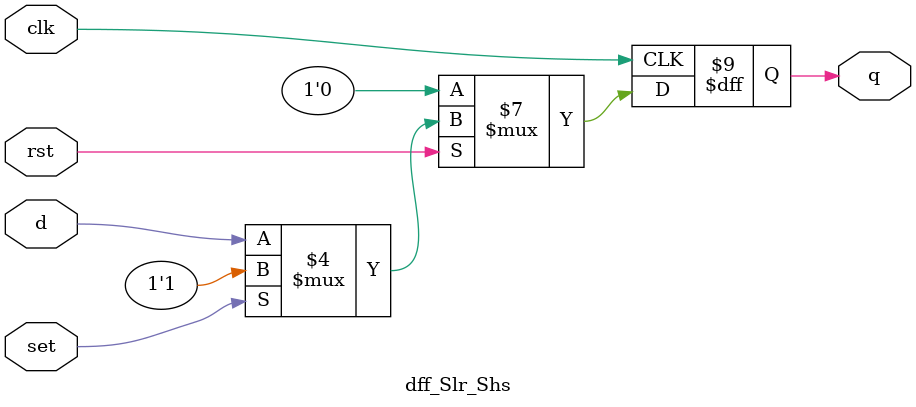
<source format=v>
module dff_Slr_Shs(q,d,clk,rst,set);
    input d,clk,rst,set;
    output reg q;

    always @(posedge clk)
        if(!rst)
            q <= 1'b0;
        else if(set)
            q <= 1'b1;
        else
            q <= d;
endmodule
</source>
